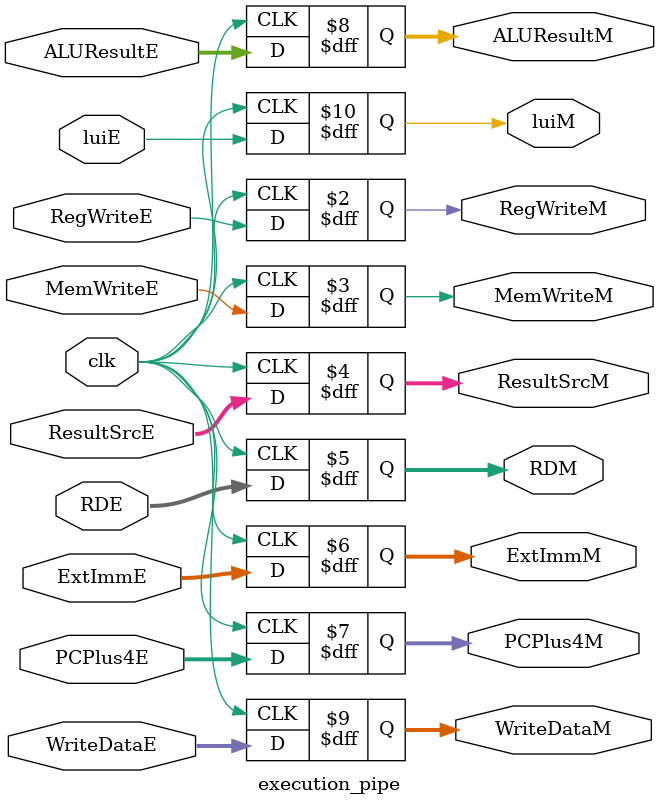
<source format=v>
module execution_pipe(  input luiE,
							input [31:0] PCPlus4E, ALUResultE, WriteDataE, 
						    input[4:0] RDE,
						    input[31:0] ExtImmE, 
		          			input clk, RegWriteE, MemWriteE,
		          			input [1:0] ResultSrcE,
		          			output reg RegWriteM, MemWriteM,
		          			output reg[1:0] ResultSrcM,
		           			output reg [4:0] RDM,
				  	 		output reg[31:0] ExtImmM, PCPlus4M, ALUResultM, WriteDataM,
							output reg luiM);

	always@(posedge clk)begin
		RDM = RDE;
		ExtImmM = ExtImmE;	
		PCPlus4M = PCPlus4E;
		ALUResultM = ALUResultE;
		WriteDataM = WriteDataE;
		ResultSrcM = ResultSrcE; 
		RegWriteM = RegWriteE;
		MemWriteM = MemWriteE;
		luiM = luiE;
	end

endmodule


</source>
